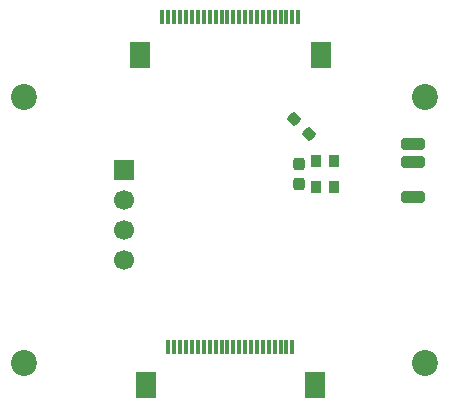
<source format=gbr>
%TF.GenerationSoftware,KiCad,Pcbnew,9.0.6*%
%TF.CreationDate,2026-01-08T09:33:55+01:00*%
%TF.ProjectId,Adapat_24pin_22pin,41646170-6174-45f3-9234-70696e5f3232,rev?*%
%TF.SameCoordinates,Original*%
%TF.FileFunction,Soldermask,Top*%
%TF.FilePolarity,Negative*%
%FSLAX46Y46*%
G04 Gerber Fmt 4.6, Leading zero omitted, Abs format (unit mm)*
G04 Created by KiCad (PCBNEW 9.0.6) date 2026-01-08 09:33:55*
%MOMM*%
%LPD*%
G01*
G04 APERTURE LIST*
G04 Aperture macros list*
%AMRoundRect*
0 Rectangle with rounded corners*
0 $1 Rounding radius*
0 $2 $3 $4 $5 $6 $7 $8 $9 X,Y pos of 4 corners*
0 Add a 4 corners polygon primitive as box body*
4,1,4,$2,$3,$4,$5,$6,$7,$8,$9,$2,$3,0*
0 Add four circle primitives for the rounded corners*
1,1,$1+$1,$2,$3*
1,1,$1+$1,$4,$5*
1,1,$1+$1,$6,$7*
1,1,$1+$1,$8,$9*
0 Add four rect primitives between the rounded corners*
20,1,$1+$1,$2,$3,$4,$5,0*
20,1,$1+$1,$4,$5,$6,$7,0*
20,1,$1+$1,$6,$7,$8,$9,0*
20,1,$1+$1,$8,$9,$2,$3,0*%
G04 Aperture macros list end*
%ADD10C,2.200000*%
%ADD11R,0.300000X1.300000*%
%ADD12R,1.800000X2.200000*%
%ADD13RoundRect,0.237500X-0.237500X0.300000X-0.237500X-0.300000X0.237500X-0.300000X0.237500X0.300000X0*%
%ADD14R,0.900000X1.000000*%
%ADD15RoundRect,0.150000X0.850000X0.350000X-0.850000X0.350000X-0.850000X-0.350000X0.850000X-0.350000X0*%
%ADD16RoundRect,0.237500X0.344715X-0.008839X-0.008839X0.344715X-0.344715X0.008839X0.008839X-0.344715X0*%
%ADD17R,1.700000X1.700000*%
%ADD18C,1.700000*%
G04 APERTURE END LIST*
D10*
%TO.C,H4*%
X52500000Y-48500000D03*
%TD*%
D11*
%TO.C,J1*%
X30250000Y-19200000D03*
X30750000Y-19200000D03*
X31250000Y-19200000D03*
X31750000Y-19200000D03*
X32250000Y-19200000D03*
X32750000Y-19200000D03*
X33250000Y-19200000D03*
X33750000Y-19200000D03*
X34250000Y-19200000D03*
X34750000Y-19200000D03*
X35250000Y-19200000D03*
X35750000Y-19200000D03*
X36250000Y-19200000D03*
X36750000Y-19200000D03*
X37250000Y-19200000D03*
X37750000Y-19200000D03*
X38250000Y-19200000D03*
X38750000Y-19200000D03*
X39250000Y-19200000D03*
X39750000Y-19200000D03*
X40250000Y-19200000D03*
X40750000Y-19200000D03*
X41250000Y-19200000D03*
X41750000Y-19200000D03*
D12*
X28350000Y-22450000D03*
X43650000Y-22450000D03*
%TD*%
D10*
%TO.C,H3*%
X18500000Y-48500000D03*
%TD*%
D13*
%TO.C,C1*%
X41775000Y-31637500D03*
X41775000Y-33362500D03*
%TD*%
D14*
%TO.C,Y1*%
X44775000Y-33575000D03*
X44775000Y-31425000D03*
X43225000Y-31425000D03*
X43225000Y-33575000D03*
%TD*%
D15*
%TO.C,SW1*%
X51500000Y-34500000D03*
X51500000Y-31500000D03*
X51500000Y-30000000D03*
%TD*%
D16*
%TO.C,R1*%
X42645235Y-29145235D03*
X41354765Y-27854765D03*
%TD*%
D10*
%TO.C,H2*%
X52500000Y-26000000D03*
%TD*%
D17*
%TO.C,J3*%
X27000000Y-32150000D03*
D18*
X27000000Y-34690000D03*
X27000000Y-37230000D03*
X27000000Y-39770000D03*
%TD*%
D11*
%TO.C,J2*%
X30750000Y-47150000D03*
X31250000Y-47150000D03*
X31750000Y-47150000D03*
X32250000Y-47150000D03*
X32750000Y-47150000D03*
X33250000Y-47150000D03*
X33750000Y-47150000D03*
X34250000Y-47150000D03*
X34750000Y-47150000D03*
X35250000Y-47150000D03*
X35750000Y-47150000D03*
X36250000Y-47150000D03*
X36750000Y-47150000D03*
X37250000Y-47150000D03*
X37750000Y-47150000D03*
X38250000Y-47150000D03*
X38750000Y-47150000D03*
X39250000Y-47150000D03*
X39750000Y-47150000D03*
X40250000Y-47150000D03*
X40750000Y-47150000D03*
X41250000Y-47150000D03*
D12*
X28850000Y-50400000D03*
X43150000Y-50400000D03*
%TD*%
D10*
%TO.C,H1*%
X18500000Y-26000000D03*
%TD*%
M02*

</source>
